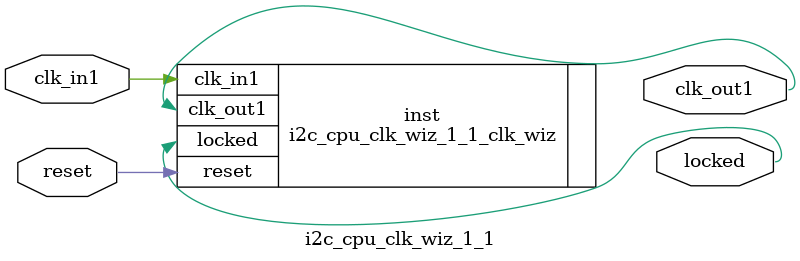
<source format=v>


`timescale 1ps/1ps

(* CORE_GENERATION_INFO = "i2c_cpu_clk_wiz_1_1,clk_wiz_v6_0_6_0_0,{component_name=i2c_cpu_clk_wiz_1_1,use_phase_alignment=true,use_min_o_jitter=false,use_max_i_jitter=false,use_dyn_phase_shift=false,use_inclk_switchover=false,use_dyn_reconfig=false,enable_axi=0,feedback_source=FDBK_AUTO,PRIMITIVE=MMCM,num_out_clk=1,clkin1_period=10.000,clkin2_period=10.000,use_power_down=false,use_reset=true,use_locked=true,use_inclk_stopped=false,feedback_type=SINGLE,CLOCK_MGR_TYPE=NA,manual_override=false}" *)

module i2c_cpu_clk_wiz_1_1 
 (
  // Clock out ports
  output        clk_out1,
  // Status and control signals
  input         reset,
  output        locked,
 // Clock in ports
  input         clk_in1
 );

  i2c_cpu_clk_wiz_1_1_clk_wiz inst
  (
  // Clock out ports  
  .clk_out1(clk_out1),
  // Status and control signals               
  .reset(reset), 
  .locked(locked),
 // Clock in ports
  .clk_in1(clk_in1)
  );

endmodule

</source>
